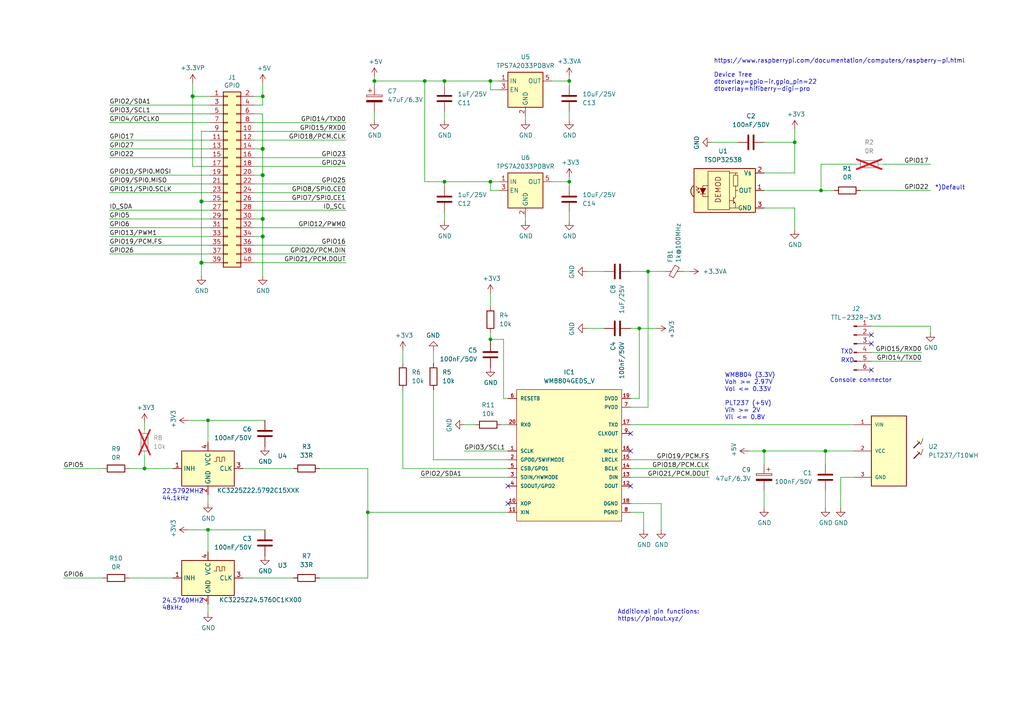
<source format=kicad_sch>
(kicad_sch (version 20230121) (generator eeschema)
  (paper "A4")
  (title_block (title "RPI HAT S/PDIF and IR") (date "2024-02-11") (rev "V4"))
  (lib_symbols
    (symbol "Connector:Conn_01x06_Pin" (pin_names (offset 1.016) hide)
      (property "Reference" "J" (at 0 7.62 0))
      (property "Value" "Conn_01x06_Pin" (at 0 -10.16 0))
      (symbol "Conn_01x06_Pin_1_1"
        (polyline (pts (xy 1.27 -7.62) (xy 0.8636 -7.62)) (stroke (width 0.1524)))
        (polyline (pts (xy 1.27 -5.08) (xy 0.8636 -5.08)) (stroke (width 0.1524)))
        (polyline (pts (xy 1.27 -2.54) (xy 0.8636 -2.54)) (stroke (width 0.1524)))
        (polyline (pts (xy 1.27 0) (xy 0.8636 0)) (stroke (width 0.1524)))
        (polyline (pts (xy 1.27 2.54) (xy 0.8636 2.54)) (stroke (width 0.1524)))
        (polyline (pts (xy 1.27 5.08) (xy 0.8636 5.08)) (stroke (width 0.1524)))
        (rectangle (start 0.8636 -7.493) (end 0 -7.747) (stroke (width 0.1524)) (fill (type outline)))
        (rectangle (start 0.8636 -4.953) (end 0 -5.207) (stroke (width 0.1524)) (fill (type outline)))
        (rectangle (start 0.8636 -2.413) (end 0 -2.667) (stroke (width 0.1524)) (fill (type outline)))
        (rectangle (start 0.8636 0.127) (end 0 -0.127) (stroke (width 0.1524)) (fill (type outline)))
        (rectangle (start 0.8636 2.667) (end 0 2.413) (stroke (width 0.1524)) (fill (type outline)))
        (rectangle (start 0.8636 5.207) (end 0 4.953) (stroke (width 0.1524)) (fill (type outline)))
        (pin passive line (at 5.08 5.08 180) (length 3.81) (name "Pin_1") (number "1"))
        (pin passive line (at 5.08 2.54 180) (length 3.81) (name "Pin_2") (number "2"))
        (pin passive line (at 5.08 0 180) (length 3.81) (name "Pin_3") (number "3"))
        (pin passive line (at 5.08 -2.54 180) (length 3.81) (name "Pin_4") (number "4"))
        (pin passive line (at 5.08 -5.08 180) (length 3.81) (name "Pin_5") (number "5"))
        (pin passive line (at 5.08 -7.62 180) (length 3.81) (name "Pin_6") (number "6"))
      )
    )
    (symbol "Connector_Generic:Conn_02x20_Odd_Even" (pin_names (offset 1.016) hide)
      (property "Reference" "J" (at 1.27 25.4 0))
      (property "Value" "Conn_02x20_Odd_Even" (at 1.27 -27.94 0))
      (symbol "Conn_02x20_Odd_Even_1_1"
        (rectangle (start -1.27 -25.273) (end 0 -25.527) (stroke (width 0.1524)))
        (rectangle (start -1.27 -22.733) (end 0 -22.987) (stroke (width 0.1524)))
        (rectangle (start -1.27 -20.193) (end 0 -20.447) (stroke (width 0.1524)))
        (rectangle (start -1.27 -17.653) (end 0 -17.907) (stroke (width 0.1524)))
        (rectangle (start -1.27 -15.113) (end 0 -15.367) (stroke (width 0.1524)))
        (rectangle (start -1.27 -12.573) (end 0 -12.827) (stroke (width 0.1524)))
        (rectangle (start -1.27 -10.033) (end 0 -10.287) (stroke (width 0.1524)))
        (rectangle (start -1.27 -7.493) (end 0 -7.747) (stroke (width 0.1524)))
        (rectangle (start -1.27 -4.953) (end 0 -5.207) (stroke (width 0.1524)))
        (rectangle (start -1.27 -2.413) (end 0 -2.667) (stroke (width 0.1524)))
        (rectangle (start -1.27 0.127) (end 0 -0.127) (stroke (width 0.1524)))
        (rectangle (start -1.27 2.667) (end 0 2.413) (stroke (width 0.1524)))
        (rectangle (start -1.27 5.207) (end 0 4.953) (stroke (width 0.1524)))
        (rectangle (start -1.27 7.747) (end 0 7.493) (stroke (width 0.1524)))
        (rectangle (start -1.27 10.287) (end 0 10.033) (stroke (width 0.1524)))
        (rectangle (start -1.27 12.827) (end 0 12.573) (stroke (width 0.1524)))
        (rectangle (start -1.27 15.367) (end 0 15.113) (stroke (width 0.1524)))
        (rectangle (start -1.27 17.907) (end 0 17.653) (stroke (width 0.1524)))
        (rectangle (start -1.27 20.447) (end 0 20.193) (stroke (width 0.1524)))
        (rectangle (start -1.27 22.987) (end 0 22.733) (stroke (width 0.1524)))
        (rectangle (start -1.27 24.13) (end 3.81 -26.67) (stroke (width 0.254)) (fill (type background)))
        (rectangle (start 3.81 -25.273) (end 2.54 -25.527) (stroke (width 0.1524)))
        (rectangle (start 3.81 -22.733) (end 2.54 -22.987) (stroke (width 0.1524)))
        (rectangle (start 3.81 -20.193) (end 2.54 -20.447) (stroke (width 0.1524)))
        (rectangle (start 3.81 -17.653) (end 2.54 -17.907) (stroke (width 0.1524)))
        (rectangle (start 3.81 -15.113) (end 2.54 -15.367) (stroke (width 0.1524)))
        (rectangle (start 3.81 -12.573) (end 2.54 -12.827) (stroke (width 0.1524)))
        (rectangle (start 3.81 -10.033) (end 2.54 -10.287) (stroke (width 0.1524)))
        (rectangle (start 3.81 -7.493) (end 2.54 -7.747) (stroke (width 0.1524)))
        (rectangle (start 3.81 -4.953) (end 2.54 -5.207) (stroke (width 0.1524)))
        (rectangle (start 3.81 -2.413) (end 2.54 -2.667) (stroke (width 0.1524)))
        (rectangle (start 3.81 0.127) (end 2.54 -0.127) (stroke (width 0.1524)))
        (rectangle (start 3.81 2.667) (end 2.54 2.413) (stroke (width 0.1524)))
        (rectangle (start 3.81 5.207) (end 2.54 4.953) (stroke (width 0.1524)))
        (rectangle (start 3.81 7.747) (end 2.54 7.493) (stroke (width 0.1524)))
        (rectangle (start 3.81 10.287) (end 2.54 10.033) (stroke (width 0.1524)))
        (rectangle (start 3.81 12.827) (end 2.54 12.573) (stroke (width 0.1524)))
        (rectangle (start 3.81 15.367) (end 2.54 15.113) (stroke (width 0.1524)))
        (rectangle (start 3.81 17.907) (end 2.54 17.653) (stroke (width 0.1524)))
        (rectangle (start 3.81 20.447) (end 2.54 20.193) (stroke (width 0.1524)))
        (rectangle (start 3.81 22.987) (end 2.54 22.733) (stroke (width 0.1524)))
        (pin passive line (at -5.08 22.86 0) (length 3.81) (name "Pin_1") (number "1"))
        (pin passive line (at 7.62 12.7 180) (length 3.81) (name "Pin_10") (number "10"))
        (pin passive line (at -5.08 10.16 0) (length 3.81) (name "Pin_11") (number "11"))
        (pin passive line (at 7.62 10.16 180) (length 3.81) (name "Pin_12") (number "12"))
        (pin passive line (at -5.08 7.62 0) (length 3.81) (name "Pin_13") (number "13"))
        (pin passive line (at 7.62 7.62 180) (length 3.81) (name "Pin_14") (number "14"))
        (pin passive line (at -5.08 5.08 0) (length 3.81) (name "Pin_15") (number "15"))
        (pin passive line (at 7.62 5.08 180) (length 3.81) (name "Pin_16") (number "16"))
        (pin passive line (at -5.08 2.54 0) (length 3.81) (name "Pin_17") (number "17"))
        (pin passive line (at 7.62 2.54 180) (length 3.81) (name "Pin_18") (number "18"))
        (pin passive line (at -5.08 0 0) (length 3.81) (name "Pin_19") (number "19"))
        (pin passive line (at 7.62 22.86 180) (length 3.81) (name "Pin_2") (number "2"))
        (pin passive line (at 7.62 0 180) (length 3.81) (name "Pin_20") (number "20"))
        (pin passive line (at -5.08 -2.54 0) (length 3.81) (name "Pin_21") (number "21"))
        (pin passive line (at 7.62 -2.54 180) (length 3.81) (name "Pin_22") (number "22"))
        (pin passive line (at -5.08 -5.08 0) (length 3.81) (name "Pin_23") (number "23"))
        (pin passive line (at 7.62 -5.08 180) (length 3.81) (name "Pin_24") (number "24"))
        (pin passive line (at -5.08 -7.62 0) (length 3.81) (name "Pin_25") (number "25"))
        (pin passive line (at 7.62 -7.62 180) (length 3.81) (name "Pin_26") (number "26"))
        (pin passive line (at -5.08 -10.16 0) (length 3.81) (name "Pin_27") (number "27"))
        (pin passive line (at 7.62 -10.16 180) (length 3.81) (name "Pin_28") (number "28"))
        (pin passive line (at -5.08 -12.7 0) (length 3.81) (name "Pin_29") (number "29"))
        (pin passive line (at -5.08 20.32 0) (length 3.81) (name "Pin_3") (number "3"))
        (pin passive line (at 7.62 -12.7 180) (length 3.81) (name "Pin_30") (number "30"))
        (pin passive line (at -5.08 -15.24 0) (length 3.81) (name "Pin_31") (number "31"))
        (pin passive line (at 7.62 -15.24 180) (length 3.81) (name "Pin_32") (number "32"))
        (pin passive line (at -5.08 -17.78 0) (length 3.81) (name "Pin_33") (number "33"))
        (pin passive line (at 7.62 -17.78 180) (length 3.81) (name "Pin_34") (number "34"))
        (pin passive line (at -5.08 -20.32 0) (length 3.81) (name "Pin_35") (number "35"))
        (pin passive line (at 7.62 -20.32 180) (length 3.81) (name "Pin_36") (number "36"))
        (pin passive line (at -5.08 -22.86 0) (length 3.81) (name "Pin_37") (number "37"))
        (pin passive line (at 7.62 -22.86 180) (length 3.81) (name "Pin_38") (number "38"))
        (pin passive line (at -5.08 -25.4 0) (length 3.81) (name "Pin_39") (number "39"))
        (pin passive line (at 7.62 20.32 180) (length 3.81) (name "Pin_4") (number "4"))
        (pin passive line (at 7.62 -25.4 180) (length 3.81) (name "Pin_40") (number "40"))
        (pin passive line (at -5.08 17.78 0) (length 3.81) (name "Pin_5") (number "5"))
        (pin passive line (at 7.62 17.78 180) (length 3.81) (name "Pin_6") (number "6"))
        (pin passive line (at -5.08 15.24 0) (length 3.81) (name "Pin_7") (number "7"))
        (pin passive line (at 7.62 15.24 180) (length 3.81) (name "Pin_8") (number "8"))
        (pin passive line (at -5.08 12.7 0) (length 3.81) (name "Pin_9") (number "9"))
      )
    )
    (symbol "Device:C" (pin_numbers hide) (pin_names (offset 0.254))
      (property "Reference" "C" (at 0.635 2.54 0))
      (property "Value" "C" (at 0.635 -2.54 0))
      (symbol "C_0_1"
        (polyline (pts (xy -2.032 -0.762) (xy 2.032 -0.762)) (stroke (width 0.508)))
        (polyline (pts (xy -2.032 0.762) (xy 2.032 0.762)) (stroke (width 0.508)))
      )
      (symbol "C_1_1"
        (pin passive line (at 0 3.81 270) (length 2.794) (name "~") (number "1"))
        (pin passive line (at 0 -3.81 90) (length 2.794) (name "~") (number "2"))
      )
    )
    (symbol "Device:C_Polarized" (pin_numbers hide) (pin_names (offset 0.254))
      (property "Reference" "C" (at 0.635 2.54 0))
      (property "Value" "C_Polarized" (at 0.635 -2.54 0))
      (symbol "C_Polarized_0_1"
        (rectangle (start -2.286 0.508) (end 2.286 1.016))
        (polyline (pts (xy -1.778 2.286) (xy -0.762 2.286)))
        (polyline (pts (xy -1.27 2.794) (xy -1.27 1.778)))
        (rectangle (start 2.286 -0.508) (end -2.286 -1.016) (fill (type outline)))
      )
      (symbol "C_Polarized_1_1"
        (pin passive line (at 0 3.81 270) (length 2.794) (name "~") (number "1"))
        (pin passive line (at 0 -3.81 90) (length 2.794) (name "~") (number "2"))
      )
    )
    (symbol "Device:R" (pin_numbers hide) (pin_names (offset 0))
      (property "Reference" "R" (at 2.032 0 90))
      (property "Value" "R" (at 0 0 90))
      (symbol "R_0_1"
        (rectangle (start -1.016 -2.54) (end 1.016 2.54) (stroke (width 0.254)))
      )
      (symbol "R_1_1"
        (pin passive line (at 0 3.81 270) (length 1.27) (name "~") (number "1"))
        (pin passive line (at 0 -3.81 90) (length 1.27) (name "~") (number "2"))
      )
    )
    (symbol "Interface_Optical:TSOP325xx" (pin_names (offset 1.016))
      (property "Reference" "U" (at -10.16 7.62 0))
      (property "Value" "TSOP325xx" (at -10.16 -7.62 0))
      (symbol "TSOP325xx_0_0"
        (arc (start -10.287 1.397) (mid -11.0899 -0.1852) (end -10.287 -1.778) (stroke (width 0.254)) (fill (type background)))
        (polyline (pts (xy 1.905 -5.08) (xy 0.127 -5.08)))
        (polyline (pts (xy 1.905 5.08) (xy 0.127 5.08)))
        (text "DEMOD" (at -3.175 0.254 900) (effects (font (size 1.524 1.524))))
      )
      (symbol "TSOP325xx_0_1"
        (rectangle (start -6.096 5.588) (end 0.127 -5.588))
        (polyline (pts (xy -8.763 0.381) (xy -9.652 1.27)))
        (polyline (pts (xy -8.763 0.381) (xy -9.271 0.381)))
        (polyline (pts (xy -8.763 0.381) (xy -8.763 0.889)))
        (polyline (pts (xy -8.636 -0.635) (xy -9.525 0.254)))
        (polyline (pts (xy -8.636 -0.635) (xy -9.144 -0.635)))
        (polyline (pts (xy -8.636 -0.635) (xy -8.636 -0.127)))
        (polyline (pts (xy -8.382 -1.016) (xy -6.731 -1.016)))
        (polyline (pts (xy 1.27 -2.921) (xy 0.127 -2.921)))
        (polyline (pts (xy 1.27 -1.905) (xy 1.27 -3.81)))
        (polyline (pts (xy 1.397 -3.556) (xy 1.524 -3.556)))
        (polyline (pts (xy 1.651 -3.556) (xy 1.524 -3.556)))
        (polyline (pts (xy 1.651 -3.556) (xy 1.651 -3.302)))
        (polyline (pts (xy 1.905 0) (xy 1.905 1.27)))
        (polyline (pts (xy 1.905 4.445) (xy 1.905 5.08) (xy 2.54 5.08)))
        (polyline (pts (xy -8.382 0.635) (xy -6.731 0.635) (xy -7.62 -1.016) (xy -8.382 0.635)) (fill (type outline)))
        (polyline (pts (xy -6.096 1.397) (xy -7.62 1.397) (xy -7.62 -1.778) (xy -6.096 -1.778)))
        (polyline (pts (xy 1.27 -3.175) (xy 1.905 -3.81) (xy 1.905 -5.08) (xy 2.54 -5.08)))
        (polyline (pts (xy 1.27 -2.54) (xy 1.905 -1.905) (xy 1.905 0) (xy 2.54 0)))
        (rectangle (start 2.54 1.27) (end 1.27 4.445))
        (rectangle (start 7.62 6.35) (end -10.16 -6.35) (stroke (width 0.254)) (fill (type background)))
      )
      (symbol "TSOP325xx_1_1"
        (pin output line (at 10.16 0 180) (length 2.54) (name "OUT") (number "1"))
        (pin power_in line (at 10.16 5.08 180) (length 2.54) (name "Vs") (number "2"))
        (pin power_in line (at 10.16 -5.08 180) (length 2.54) (name "GND") (number "3"))
      )
    )
    (symbol "Oscillator:KC2520Z"
      (property "Reference" "U" (at 2.54 12.7 0))
      (property "Value" "KC2520Z" (at 6.35 10.16 0))
      (symbol "KC2520Z_0_1"
        (rectangle (start -7.62 5.08) (end 7.62 -5.08) (stroke (width 0.254)) (fill (type background)))
      )
      (symbol "KC2520Z_1_1"
        (polyline (pts (xy 1.778 2.032) (xy 2.54 2.032) (xy 2.54 3.302) (xy 3.302 3.302) (xy 3.302 2.032) (xy 4.064 2.032) (xy 4.064 3.302) (xy 4.826 3.302) (xy 4.826 2.032)))
        (pin input line (at -10.16 0 0) (length 2.54) (name "INH") (number "1"))
        (pin power_in line (at 0 -7.62 90) (length 2.54) (name "GND") (number "2"))
        (pin output line (at 10.16 0 180) (length 2.54) (name "CLK") (number "3"))
        (pin power_in line (at 0 7.62 270) (length 2.54) (name "VCC") (number "4"))
      )
    )
    (symbol "Regulator_Linear:TPS7A0533PDBV"
      (property "Reference" "U" (at -3.81 6.35 0))
      (property "Value" "TPS7A0533PDBV" (at 6.35 6.35 0))
      (symbol "TPS7A0533PDBV_0_1"
        (rectangle (start -5.08 -5.08) (end 5.08 5.08) (stroke (width 0.254)) (fill (type background)))
        (pin power_in line (at -7.62 2.54 0) (length 2.54) (name "IN") (number "1"))
        (pin power_in line (at 0 -7.62 90) (length 2.54) (name "GND") (number "2"))
        (pin input line (at -7.62 0 0) (length 2.54) (name "EN") (number "3"))
        (pin no_connect line (at 5.08 0 180) (length 2.54) hide (name "NC") (number "4"))
        (pin power_out line (at 7.62 2.54 180) (length 2.54) (name "OUT") (number "5"))
      )
    )
    (symbol "dac-rescue:Ferrite_Bead_Small-Device" (pin_numbers hide) (pin_names (offset 0))
      (property "Reference" "FB" (at 1.905 1.27 0))
      (property "Value" "Ferrite_Bead_Small-Device" (at 1.905 -1.27 0))
      (symbol "Ferrite_Bead_Small-Device_0_1"
        (polyline (pts (xy 0 -1.27) (xy 0 -0.7874)))
        (polyline (pts (xy 0 0.889) (xy 0 1.2954)))
        (polyline (pts (xy -1.8288 0.2794) (xy -1.1176 1.4986) (xy 1.8288 -0.2032) (xy 1.1176 -1.4224) (xy -1.8288 0.2794)))
      )
      (symbol "Ferrite_Bead_Small-Device_1_1"
        (pin passive line (at 0 2.54 270) (length 1.27) (name "~") (number "1"))
        (pin passive line (at 0 -2.54 90) (length 1.27) (name "~") (number "2"))
      )
    )
    (symbol "kicad-snk:PLT237/T10WH" (pin_names (offset 1.016))
      (property "Reference" "U" (at -5.08 11.4554 0))
      (property "Value" "PLT237/T10WH" (at -5.08 -12.7254 0))
      (symbol "PLT237/T10WH_0_0"
        (rectangle (start -5.08 10.16) (end 5.08 -10.16) (stroke (width 0.254)) (fill (type background)))
        (polyline (pts (xy 7.239 -2.1336) (xy 8.89 -0.4826)) (stroke (width 0.3048)))
        (polyline (pts (xy 7.239 0.9144) (xy 8.89 2.5654)) (stroke (width 0.3048)))
        (polyline (pts (xy 9.906 0.5334) (xy 9.271 -1.1176) (xy 8.255 -0.1016)) (stroke (width 0.1524)) (fill (type background)))
        (polyline (pts (xy 9.906 3.5814) (xy 9.271 1.9304) (xy 8.255 2.9464)) (stroke (width 0.1524)) (fill (type background)))
      )
      (symbol "PLT237/T10WH_1_0"
        (pin output line (at -10.16 7.62 0) (length 5.08) (name "VIN") (number "1"))
        (pin power_in line (at -10.16 0 0) (length 5.08) (name "VCC") (number "2"))
        (pin power_in line (at -10.16 -7.62 0) (length 5.08) (name "GND") (number "3"))
      )
    )
    (symbol "kicad-snk:WM8804GEDS_V" (pin_names (offset 1.016))
      (property "Reference" "IC" (at -15.24 13.97 0))
      (property "Value" "WM8804GEDS_V" (at -15.24 -27.94 0))
      (symbol "WM8804GEDS_V_0_0"
        (rectangle (start -15.24 -25.4) (end 15.24 12.7) (stroke (width 0.1524)) (fill (type background)))
        (pin bidirectional line (at -17.78 -5.08 0) (length 2.54) (name "SCLK") (number "1"))
        (pin bidirectional line (at -17.78 -20.32 0) (length 2.54) (name "XOP") (number "10"))
        (pin bidirectional line (at -17.78 -22.86 0) (length 2.54) (name "XIN") (number "11"))
        (pin bidirectional line (at 17.78 -15.24 180) (length 2.54) (name "DOUT") (number "12"))
        (pin bidirectional line (at 17.78 -12.7 180) (length 2.54) (name "DIN") (number "13"))
        (pin bidirectional line (at 17.78 -10.16 180) (length 2.54) (name "BCLK") (number "14"))
        (pin bidirectional line (at 17.78 -7.62 180) (length 2.54) (name "LRCLK") (number "15"))
        (pin bidirectional line (at 17.78 -5.08 180) (length 2.54) (name "MCLK") (number "16"))
        (pin bidirectional line (at 17.78 2.54 180) (length 2.54) (name "TX0") (number "17"))
        (pin bidirectional line (at 17.78 -20.32 180) (length 2.54) (name "DGND") (number "18"))
        (pin bidirectional line (at 17.78 10.16 180) (length 2.54) (name "DVDD") (number "19"))
        (pin bidirectional line (at -17.78 -7.62 0) (length 2.54) (name "GPO0/SWIFMODE") (number "2"))
        (pin bidirectional line (at -17.78 2.54 0) (length 2.54) (name "RX0") (number "20"))
        (pin bidirectional line (at -17.78 -12.7 0) (length 2.54) (name "SDIN/HWMODE") (number "3"))
        (pin bidirectional line (at -17.78 -15.24 0) (length 2.54) (name "SDOUT/GPO2") (number "4"))
        (pin bidirectional line (at -17.78 -10.16 0) (length 2.54) (name "CSB/GPO1") (number "5"))
        (pin bidirectional line (at -17.78 10.16 0) (length 2.54) (name "RESETB") (number "6"))
        (pin bidirectional line (at 17.78 7.62 180) (length 2.54) (name "PVDD") (number "7"))
        (pin bidirectional line (at 17.78 -22.86 180) (length 2.54) (name "PGND") (number "8"))
        (pin bidirectional line (at 17.78 0 180) (length 2.54) (name "CLKOUT") (number "9"))
      )
    )
    (symbol "power:+3.3V" (power) (pin_names (offset 0))
      (property "Value" "+3.3V" (at 0 3.556 0))
      (symbol "+3.3V_0_1"
        (polyline (pts (xy -0.762 1.27) (xy 0 2.54)))
        (polyline (pts (xy 0 0) (xy 0 2.54)))
        (polyline (pts (xy 0 2.54) (xy 0.762 1.27)))
      )
      (symbol "+3.3V_1_1"
        (pin power_in line (at 0 0 90) (length 0) hide (name "+3V3") (number "1"))
      )
    )
    (symbol "power:+3.3VA" (power) (pin_names (offset 0))
      (property "Value" "+3.3VA" (at 0 3.556 0))
      (symbol "+3.3VA_0_1"
        (polyline (pts (xy -0.762 1.27) (xy 0 2.54)))
        (polyline (pts (xy 0 0) (xy 0 2.54)))
        (polyline (pts (xy 0 2.54) (xy 0.762 1.27)))
      )
      (symbol "+3.3VA_1_1"
        (pin power_in line (at 0 0 90) (length 0) hide (name "+3.3VA") (number "1"))
      )
    )
    (symbol "power:+3.3VP" (power) (pin_names (offset 0))
      (property "Value" "+3.3VP" (at 0 2.54 0))
      (symbol "+3.3VP_0_0"
        (pin power_in line (at 0 0 90) (length 0) hide (name "+3.3VP") (number "1"))
      )
      (symbol "+3.3VP_0_1"
        (polyline (pts (xy -0.762 1.27) (xy 0 2.54)))
        (polyline (pts (xy 0 0) (xy 0 2.54)))
        (polyline (pts (xy 0 2.54) (xy 0.762 1.27)))
      )
    )
    (symbol "power:+5V" (power) (pin_names (offset 0))
      (property "Value" "+5V" (at 0 3.556 0))
      (symbol "+5V_0_1"
        (polyline (pts (xy -0.762 1.27) (xy 0 2.54)))
        (polyline (pts (xy 0 0) (xy 0 2.54)))
        (polyline (pts (xy 0 2.54) (xy 0.762 1.27)))
      )
      (symbol "+5V_1_1"
        (pin power_in line (at 0 0 90) (length 0) hide (name "+5V") (number "1"))
      )
    )
    (symbol "power:GND" (power) (pin_names (offset 0))
      (property "Value" "GND" (at 0 -3.81 0))
      (symbol "GND_0_1"
        (polyline (pts (xy 0 0) (xy 0 -1.27) (xy 1.27 -1.27) (xy 0 -2.54) (xy -1.27 -1.27) (xy 0 -1.27)))
      )
      (symbol "GND_1_1"
        (pin power_in line (at 0 0 270) (length 0) hide (name "GND") (number "1"))
      )
    )
  )
  (junction (at 41.91 135.89))
  (junction (at 123.19 23.495))
  (junction (at 185.42 95.25))
  (junction (at 76.2 63.5) (diameter 1.016))
  (junction (at 55.88 27.94) (diameter 1.016))
  (junction (at 76.2 68.58) (diameter 1.016))
  (junction (at 187.96 78.74))
  (junction (at 142.24 52.705))
  (junction (at 165.1 23.495))
  (junction (at 239.395 130.81))
  (junction (at 58.42 58.42) (diameter 1.016))
  (junction (at 108.585 23.495))
  (junction (at 128.905 52.705))
  (junction (at 142.24 23.495))
  (junction (at 76.2 50.8) (diameter 1.016))
  (junction (at 142.24 98.425))
  (junction (at 76.2 27.94))
  (junction (at 106.68 148.59))
  (junction (at 76.2 43.18) (diameter 1.016))
  (junction (at 128.905 23.495))
  (junction (at 238.125 55.245))
  (junction (at 60.325 121.92))
  (junction (at 60.325 153.67))
  (junction (at 230.505 41.275))
  (junction (at 58.42 76.2) (diameter 1.016))
  (junction (at 165.1 52.705))
  (junction (at 221.615 130.81))
  (no_connect (at 182.88 130.81))
  (no_connect (at 182.88 125.73))
  (no_connect (at 147.32 140.97))
  (no_connect (at 252.73 97.155))
  (no_connect (at 252.73 99.695))
  (no_connect (at 252.73 107.315))
  (no_connect (at 147.32 146.05))
  (no_connect (at 182.88 140.97))
  (wire (pts (xy 58.42 58.42) (xy 58.42 76.2)))
  (wire (pts (xy 73.66 58.42) (xy 100.33 58.42)))
  (wire (pts (xy 165.1 23.495) (xy 160.02 23.495)))
  (wire (pts (xy 60.96 40.64) (xy 31.75 40.64)))
  (wire (pts (xy 238.125 55.245) (xy 241.935 55.245)))
  (wire (pts (xy 160.02 52.705) (xy 165.1 52.705)))
  (wire (pts (xy 92.71 167.64) (xy 106.68 167.64)))
  (wire (pts (xy 76.2 33.02) (xy 76.2 43.18)))
  (wire (pts (xy 76.2 30.48) (xy 76.2 27.94)))
  (wire (pts (xy 76.2 50.8) (xy 73.66 50.8)))
  (wire (pts (xy 182.88 123.19) (xy 247.65 123.19)))
  (wire (pts (xy 170.18 78.74) (xy 175.26 78.74)))
  (wire (pts (xy 182.88 146.05) (xy 191.77 146.05)))
  (wire (pts (xy 249.555 55.245) (xy 269.875 55.245)))
  (wire (pts (xy 76.2 63.5) (xy 76.2 68.58)))
  (wire (pts (xy 121.92 138.43) (xy 147.32 138.43)))
  (wire (pts (xy 186.69 148.59) (xy 182.88 148.59)))
  (wire (pts (xy 248.285 47.625) (xy 238.125 47.625)))
  (wire (pts (xy 142.24 52.705) (xy 144.78 52.705)))
  (wire (pts (xy 70.485 135.89) (xy 85.09 135.89)))
  (wire (pts (xy 142.24 99.06) (xy 142.24 98.425)))
  (wire (pts (xy 92.71 135.89) (xy 106.68 135.89)))
  (wire (pts (xy 76.2 50.8) (xy 76.2 63.5)))
  (wire (pts (xy 73.66 35.56) (xy 100.33 35.56)))
  (wire (pts (xy 230.505 60.325) (xy 221.615 60.325)))
  (wire (pts (xy 58.42 38.1) (xy 58.42 58.42)))
  (wire (pts (xy 182.88 133.35) (xy 205.74 133.35)))
  (wire (pts (xy 165.1 61.595) (xy 165.1 64.135)))
  (wire (pts (xy 58.42 38.1) (xy 60.96 38.1)))
  (wire (pts (xy 239.395 142.24) (xy 239.395 147.32)))
  (wire (pts (xy 73.66 55.88) (xy 100.33 55.88)))
  (wire (pts (xy 60.96 60.96) (xy 31.75 60.96)))
  (wire (pts (xy 108.585 23.495) (xy 123.19 23.495)))
  (wire (pts (xy 230.505 37.465) (xy 230.505 41.275)))
  (wire (pts (xy 31.75 63.5) (xy 60.96 63.5)))
  (wire (pts (xy 60.325 121.92) (xy 76.835 121.92)))
  (wire (pts (xy 152.4 33.655) (xy 152.4 34.925)))
  (wire (pts (xy 108.585 23.495) (xy 108.585 24.765)))
  (wire (pts (xy 187.96 118.11) (xy 187.96 78.74)))
  (wire (pts (xy 221.615 55.245) (xy 238.125 55.245)))
  (wire (pts (xy 73.66 30.48) (xy 76.2 30.48)))
  (wire (pts (xy 182.88 115.57) (xy 185.42 115.57)))
  (wire (pts (xy 58.42 58.42) (xy 60.96 58.42)))
  (wire (pts (xy 73.66 45.72) (xy 100.33 45.72)))
  (wire (pts (xy 106.68 135.89) (xy 106.68 148.59)))
  (wire (pts (xy 134.62 130.81) (xy 147.32 130.81)))
  (wire (pts (xy 116.84 101.6) (xy 116.84 105.41)))
  (wire (pts (xy 73.66 76.2) (xy 100.33 76.2)))
  (wire (pts (xy 58.42 76.2) (xy 58.42 80.01)))
  (wire (pts (xy 31.75 43.18) (xy 60.96 43.18)))
  (wire (pts (xy 55.88 24.13) (xy 55.88 27.94)))
  (wire (pts (xy 185.42 95.25) (xy 190.5 95.25)))
  (wire (pts (xy 269.875 94.615) (xy 252.73 94.615)))
  (wire (pts (xy 146.05 98.425) (xy 142.24 98.425)))
  (wire (pts (xy 165.1 24.765) (xy 165.1 23.495)))
  (wire (pts (xy 76.2 68.58) (xy 73.66 68.58)))
  (wire (pts (xy 142.24 85.09) (xy 142.24 88.9)))
  (wire (pts (xy 198.12 78.74) (xy 200.025 78.74)))
  (wire (pts (xy 31.75 33.02) (xy 60.96 33.02)))
  (wire (pts (xy 54.61 121.92) (xy 60.325 121.92)))
  (wire (pts (xy 142.24 98.425) (xy 142.24 96.52)))
  (wire (pts (xy 60.325 153.67) (xy 76.835 153.67)))
  (wire (pts (xy 185.42 115.57) (xy 185.42 95.25)))
  (wire (pts (xy 187.96 78.74) (xy 182.88 78.74)))
  (wire (pts (xy 31.75 55.88) (xy 60.96 55.88)))
  (wire (pts (xy 243.84 147.32) (xy 243.84 138.43)))
  (wire (pts (xy 116.84 113.03) (xy 116.84 135.89)))
  (wire (pts (xy 70.485 167.64) (xy 85.09 167.64)))
  (wire (pts (xy 55.88 48.26) (xy 60.96 48.26)))
  (wire (pts (xy 123.19 52.705) (xy 128.905 52.705)))
  (wire (pts (xy 144.78 26.035) (xy 142.24 26.035)))
  (wire (pts (xy 60.96 30.48) (xy 31.75 30.48)))
  (wire (pts (xy 142.24 23.495) (xy 144.78 23.495)))
  (wire (pts (xy 165.1 32.385) (xy 165.1 34.925)))
  (wire (pts (xy 128.905 61.595) (xy 128.905 64.135)))
  (wire (pts (xy 123.19 23.495) (xy 123.19 52.705)))
  (wire (pts (xy 76.2 43.18) (xy 76.2 50.8)))
  (wire (pts (xy 73.66 40.64) (xy 100.33 40.64)))
  (wire (pts (xy 106.68 167.64) (xy 106.68 148.59)))
  (wire (pts (xy 230.505 66.675) (xy 230.505 60.325)))
  (wire (pts (xy 76.2 43.18) (xy 73.66 43.18)))
  (wire (pts (xy 76.2 27.94) (xy 76.2 24.13)))
  (wire (pts (xy 221.615 41.275) (xy 230.505 41.275)))
  (wire (pts (xy 60.325 121.92) (xy 60.325 128.27)))
  (wire (pts (xy 145.415 123.19) (xy 147.32 123.19)))
  (wire (pts (xy 31.75 35.56) (xy 60.96 35.56)))
  (wire (pts (xy 55.88 27.94) (xy 55.88 48.26)))
  (wire (pts (xy 142.24 55.245) (xy 142.24 52.705)))
  (wire (pts (xy 60.325 175.26) (xy 60.325 177.8)))
  (wire (pts (xy 238.125 47.625) (xy 238.125 55.245)))
  (wire (pts (xy 73.66 48.26) (xy 100.33 48.26)))
  (wire (pts (xy 185.42 95.25) (xy 182.88 95.25)))
  (wire (pts (xy 73.66 38.1) (xy 100.33 38.1)))
  (wire (pts (xy 170.18 95.25) (xy 175.26 95.25)))
  (wire (pts (xy 18.415 167.64) (xy 29.845 167.64)))
  (wire (pts (xy 73.66 27.94) (xy 76.2 27.94)))
  (wire (pts (xy 191.77 146.05) (xy 191.77 153.67)))
  (wire (pts (xy 147.32 115.57) (xy 146.05 115.57)))
  (wire (pts (xy 31.75 45.72) (xy 60.96 45.72)))
  (wire (pts (xy 41.91 122.555) (xy 41.91 124.46)))
  (wire (pts (xy 31.75 53.34) (xy 60.96 53.34)))
  (wire (pts (xy 108.585 22.225) (xy 108.585 23.495)))
  (wire (pts (xy 128.905 32.385) (xy 128.905 34.925)))
  (wire (pts (xy 128.905 23.495) (xy 142.24 23.495)))
  (wire (pts (xy 18.415 135.89) (xy 29.845 135.89)))
  (wire (pts (xy 134.62 123.19) (xy 137.795 123.19)))
  (wire (pts (xy 60.325 143.51) (xy 60.325 146.05)))
  (wire (pts (xy 125.73 133.35) (xy 147.32 133.35)))
  (wire (pts (xy 144.78 55.245) (xy 142.24 55.245)))
  (wire (pts (xy 125.73 101.6) (xy 125.73 105.41)))
  (wire (pts (xy 252.73 104.775) (xy 267.335 104.775)))
  (wire (pts (xy 31.75 66.04) (xy 60.96 66.04)))
  (wire (pts (xy 165.1 51.435) (xy 165.1 52.705)))
  (wire (pts (xy 252.73 102.235) (xy 267.335 102.235)))
  (wire (pts (xy 60.325 153.67) (xy 60.325 160.02)))
  (wire (pts (xy 206.375 41.275) (xy 213.995 41.275)))
  (wire (pts (xy 31.75 71.12) (xy 60.96 71.12)))
  (wire (pts (xy 116.84 135.89) (xy 147.32 135.89)))
  (wire (pts (xy 73.66 71.12) (xy 100.33 71.12)))
  (wire (pts (xy 73.66 66.04) (xy 100.33 66.04)))
  (wire (pts (xy 41.91 135.89) (xy 50.165 135.89)))
  (wire (pts (xy 58.42 76.2) (xy 60.96 76.2)))
  (wire (pts (xy 221.615 142.24) (xy 221.615 147.32)))
  (wire (pts (xy 146.05 115.57) (xy 146.05 98.425)))
  (wire (pts (xy 73.66 73.66) (xy 100.33 73.66)))
  (wire (pts (xy 221.615 50.165) (xy 230.505 50.165)))
  (wire (pts (xy 165.1 22.225) (xy 165.1 23.495)))
  (wire (pts (xy 76.2 33.02) (xy 73.66 33.02)))
  (wire (pts (xy 31.75 73.66) (xy 60.96 73.66)))
  (wire (pts (xy 123.19 23.495) (xy 128.905 23.495)))
  (wire (pts (xy 37.465 167.64) (xy 50.165 167.64)))
  (wire (pts (xy 230.505 41.275) (xy 230.505 50.165)))
  (wire (pts (xy 106.68 148.59) (xy 147.32 148.59)))
  (wire (pts (xy 221.615 130.81) (xy 239.395 130.81)))
  (wire (pts (xy 186.69 153.67) (xy 186.69 148.59)))
  (wire (pts (xy 182.88 118.11) (xy 187.96 118.11)))
  (wire (pts (xy 269.875 96.52) (xy 269.875 94.615)))
  (wire (pts (xy 128.905 52.705) (xy 142.24 52.705)))
  (wire (pts (xy 221.615 134.62) (xy 221.615 130.81)))
  (wire (pts (xy 239.395 130.81) (xy 247.65 130.81)))
  (wire (pts (xy 128.905 52.705) (xy 128.905 53.975)))
  (wire (pts (xy 142.24 26.035) (xy 142.24 23.495)))
  (wire (pts (xy 108.585 32.385) (xy 108.585 34.925)))
  (wire (pts (xy 255.905 47.625) (xy 269.875 47.625)))
  (wire (pts (xy 76.2 68.58) (xy 76.2 80.01)))
  (wire (pts (xy 73.66 53.34) (xy 100.33 53.34)))
  (wire (pts (xy 60.96 68.58) (xy 31.75 68.58)))
  (wire (pts (xy 182.88 138.43) (xy 205.74 138.43)))
  (wire (pts (xy 165.1 52.705) (xy 165.1 53.975)))
  (wire (pts (xy 128.905 23.495) (xy 128.905 24.765)))
  (wire (pts (xy 76.2 63.5) (xy 73.66 63.5)))
  (wire (pts (xy 239.395 130.81) (xy 239.395 134.62)))
  (wire (pts (xy 243.84 138.43) (xy 247.65 138.43)))
  (wire (pts (xy 55.88 27.94) (xy 60.96 27.94)))
  (wire (pts (xy 37.465 135.89) (xy 41.91 135.89)))
  (wire (pts (xy 41.91 132.08) (xy 41.91 135.89)))
  (wire (pts (xy 187.96 78.74) (xy 193.04 78.74)))
  (wire (pts (xy 54.61 153.67) (xy 60.325 153.67)))
  (wire (pts (xy 152.4 62.865) (xy 152.4 64.135)))
  (wire (pts (xy 60.96 50.8) (xy 31.75 50.8)))
  (wire (pts (xy 73.66 60.96) (xy 100.33 60.96)))
  (wire (pts (xy 182.88 135.89) (xy 205.74 135.89)))
  (wire (pts (xy 217.17 130.81) (xy 221.615 130.81)))
  (wire (pts (xy 125.73 133.35) (xy 125.73 113.03)))
  (text "24.5760MHZ\n48kHz" (at 46.99 177.165 0) (effects (font (size 1.27 1.27)) (justify left bottom)))
  (text "TXD" (at 243.84 102.87 0) (effects (font (size 1.27 1.27)) (justify left bottom)))
  (text "Console connector" (at 240.665 111.125 0) (effects (font (size 1.27 1.27)) (justify left bottom)))
  (text "https://www.raspberrypi.com/documentation/computers/raspberry-pi.html\n\nDevice Tree\ndtoverlay=gpio-ir,gpio_pin=22\ndtoverlay=hifiberry-digi-pro" (at 207.01 26.67 0) (effects (font (size 1.27 1.27)) (justify left bottom)))
  (text "WM8804 (3.3V)\nVoh >= 2.97V\nVol <= 0.33V\n\nPLT237 (+5V)\nVih >= 2V\nVil <= 0.8V" (at 210.185 121.92 0) (effects (font (size 1.27 1.27)) (justify left bottom)))
  (text "22.5792MHZ\n44.1kHz" (at 46.99 145.415 0) (effects (font (size 1.27 1.27)) (justify left bottom)))
  (text "RXD" (at 243.84 105.41 0) (effects (font (size 1.27 1.27)) (justify left bottom)))
  (text "*)Default" (at 271.145 55.245 0) (effects (font (size 1.27 1.27)) (justify left bottom)))
  (text "Additional pin functions:\nhttps://pinout.xyz/" (at 179.07 180.34 0) (effects (font (size 1.27 1.27)) (justify left bottom)))
  (label "ID_SDA" (at 31.75 60.96 0))
  (label "GPIO6" (at 31.75 66.04 0))
  (label "GPIO22" (at 262.255 55.245 0))
  (label "GPIO18{slash}PCM.CLK" (at 205.74 135.89 180))
  (label "ID_SCL" (at 100.33 60.96 180))
  (label "GPIO5" (at 31.75 63.5 0))
  (label "GPIO21{slash}PCM.DOUT" (at 100.33 76.2 180))
  (label "GPIO19{slash}PCM.FS" (at 31.75 71.12 0))
  (label "GPIO10{slash}SPI0.MOSI" (at 31.75 50.8 0))
  (label "GPIO9{slash}SPI0.MISO" (at 31.75 53.34 0))
  (label "GPIO23" (at 100.33 45.72 180))
  (label "GPIO15{slash}RXD0" (at 267.335 102.235 180))
  (label "GPIO5" (at 18.415 135.89 0))
  (label "GPIO19{slash}PCM.FS" (at 205.74 133.35 180))
  (label "GPIO6" (at 18.415 167.64 0))
  (label "GPIO4{slash}GPCLK0" (at 31.75 35.56 0))
  (label "GPIO27" (at 31.75 43.18 0))
  (label "GPIO26" (at 31.75 73.66 0))
  (label "GPIO14{slash}TXD0" (at 100.33 35.56 180))
  (label "GPIO8{slash}SPI0.CE0" (at 100.33 55.88 180))
  (label "GPIO15{slash}RXD0" (at 100.33 38.1 180))
  (label "GPIO14{slash}TXD0" (at 267.335 104.775 180))
  (label "GPIO16" (at 100.33 71.12 180))
  (label "GPIO2{slash}SDA1" (at 121.92 138.43 0))
  (label "GPIO22" (at 31.75 45.72 0))
  (label "GPIO21{slash}PCM.DOUT" (at 205.74 138.43 180))
  (label "GPIO2{slash}SDA1" (at 31.75 30.48 0))
  (label "GPIO17" (at 31.75 40.64 0))
  (label "GPIO25" (at 100.33 53.34 180))
  (label "GPIO3{slash}SCL1" (at 31.75 33.02 0))
  (label "GPIO18{slash}PCM.CLK" (at 100.33 40.64 180))
  (label "GPIO12{slash}PWM0" (at 100.33 66.04 180))
  (label "GPIO13{slash}PWM1" (at 31.75 68.58 0))
  (label "GPIO3{slash}SCL1" (at 134.62 130.81 0))
  (label "GPIO20{slash}PCM.DIN" (at 100.33 73.66 180))
  (label "GPIO24" (at 100.33 48.26 180))
  (label "GPIO17" (at 262.255 47.625 0))
  (label "GPIO7{slash}SPI0.CE1" (at 100.33 58.42 180))
  (label "GPIO11{slash}SPI0.SCLK" (at 31.75 55.88 0))
  (symbol (lib_id "power:+5V") (at 76.2 24.13 0) (unit 1)
    (property "Reference" "#PWR01" (effects hide))
    (property "Value" "+5V" (at 76.5683 19.8056 0))
  )
  (symbol (lib_id "power:GND") (at 76.2 80.01 0) (unit 1)
    (property "Reference" "#PWR02" (effects hide))
    (property "Value" "GND" (at 76.3143 84.3344 0))
  )
  (symbol (lib_id "power:GND") (at 58.42 80.01 0) (unit 1)
    (property "Reference" "#PWR03" (effects hide))
    (property "Value" "GND" (at 58.5343 84.3344 0))
  )
  (symbol (lib_id "Connector_Generic:Conn_02x20_Odd_Even") (at 66.04 50.8 0) (unit 1)
    (property "Reference" "J1" (at 67.31 22.4598 0))
    (property "Value" "GPIO" (at 67.31 24.765 0))
    (property "Footprint" "Connector_PinSocket_2.54mm:PinSocket_2x20_P2.54mm_Vertical" (effects hide))
  )
  (symbol (lib_id "power:+3.3V") (at 190.5 95.25 270) (unit 1)
    (property "Reference" "#PWR018" (effects hide))
    (property "Value" "+3.3V" (at 194.8244 95.6183 0))
  )
  (symbol (lib_id "Device:C_Polarized") (at 108.585 28.575 0) (unit 1)
    (property "Reference" "C7" (at 112.395 26.416 0) (effects (justify left)))
    (property "Value" "47uF/6.3V" (at 112.395 28.956 0) (effects (justify left)))
    (property "Footprint" "Capacitor_SMD:C_1206_3216Metric_Pad1.33x1.80mm_HandSolder" (effects hide))
  )
  (symbol (lib_id "power:+3.3VA") (at 165.1 22.225 0) (unit 1)
    (property "Reference" "#PWR039" (effects hide))
    (property "Value" "+3.3VA" (at 165.1 17.78 0))
  )
  (symbol (lib_id "power:+3.3V") (at 230.505 37.465 0) (unit 1)
    (property "Reference" "#PWR06" (effects hide))
    (property "Value" "+3.3V" (at 230.8733 33.1406 0))
  )
  (symbol (lib_id "power:GND") (at 165.1 64.135 0) (unit 1)
    (property "Reference" "#PWR033" (effects hide))
    (property "Value" "GND" (at 165.2143 68.4594 0))
  )
  (symbol (lib_id "power:GND") (at 165.1 34.925 0) (unit 1)
    (property "Reference" "#PWR036" (effects hide))
    (property "Value" "GND" (at 165.2143 39.2494 0))
  )
  (symbol (lib_id "power:GND") (at 108.585 34.925 0) (unit 1)
    (property "Reference" "#PWR037" (effects hide))
    (property "Value" "GND" (at 108.6993 39.2494 0))
  )
  (symbol (lib_id "power:GND") (at 128.905 34.925 0) (unit 1)
    (property "Reference" "#PWR034" (effects hide))
    (property "Value" "GND" (at 129.0193 39.2494 0))
  )
  (symbol (lib_id "Device:R") (at 41.91 128.27 180) (unit 1) (dnp yes)
    (property "Reference" "R8" (at 44.45 127 0) (effects (justify right)))
    (property "Value" "10k" (at 44.45 129.54 0) (effects (justify right)))
    (property "Footprint" "Resistor_SMD:R_0603_1608Metric_Pad0.98x0.95mm_HandSolder" (effects hide))
  )
  (symbol (lib_id "power:+5V") (at 217.17 130.81 90) (unit 1)
    (property "Reference" "#PWR010" (effects hide))
    (property "Value" "+5V" (at 212.8456 130.4417 0))
  )
  (symbol (lib_id "Interface_Optical:TSOP325xx") (at 211.455 55.245 0) (unit 1)
    (property "Reference" "U1" (at 209.72 43.815 0))
    (property "Value" "TSOP32538" (at 209.72 46.355 0))
    (property "Footprint" "OptoDevice:Vishay_MOLD-3Pin" (effects hide))
    (property "Datasheet" "http://www.vishay.com/docs/82490/tsop321.pdf" (effects hide))
  )
  (symbol (lib_id "power:GND") (at 76.835 129.54 0) (unit 1)
    (property "Reference" "#PWR011" (effects hide))
    (property "Value" "GND" (at 76.9493 133.8644 0))
  )
  (symbol (lib_id "power:GND") (at 152.4 34.925 0) (unit 1)
    (property "Reference" "#PWR035" (effects hide))
    (property "Value" "GND" (at 152.5143 39.2494 0))
  )
  (symbol (lib_id "power:+3.3V") (at 142.24 85.09 0) (unit 1)
    (property "Reference" "#PWR014" (effects hide))
    (property "Value" "+3.3V" (at 142.6083 80.7656 0))
  )
  (symbol (lib_id "power:GND") (at 221.615 147.32 0) (unit 1)
    (property "Reference" "#PWR030" (effects hide))
    (property "Value" "GND" (at 221.7293 151.6444 0))
  )
  (symbol (lib_id "Device:C") (at 76.835 125.73 0) (mirror y) (unit 1)
    (property "Reference" "C6" (at 73.025 124.46 0) (effects (justify left)))
    (property "Value" "100nF/50V" (at 73.025 127 0) (effects (justify left)))
    (property "Footprint" "Capacitor_SMD:C_0603_1608Metric" (effects hide))
  )
  (symbol (lib_id "Device:C") (at 76.835 157.48 0) (mirror y) (unit 1)
    (property "Reference" "C3" (at 73.025 156.21 0) (effects (justify left)))
    (property "Value" "100nF/50V" (at 73.025 158.75 0) (effects (justify left)))
    (property "Footprint" "Capacitor_SMD:C_0603_1608Metric" (effects hide))
  )
  (symbol (lib_id "power:GND") (at 186.69 153.67 0) (unit 1)
    (property "Reference" "#PWR021" (effects hide))
    (property "Value" "GND" (at 186.8043 157.9944 0))
  )
  (symbol (lib_id "Device:R") (at 142.24 92.71 180) (unit 1)
    (property "Reference" "R4" (at 144.78 91.44 0) (effects (justify right)))
    (property "Value" "10k" (at 144.78 93.98 0) (effects (justify right)))
    (property "Footprint" "Resistor_SMD:R_0603_1608Metric_Pad0.98x0.95mm_HandSolder" (effects hide))
  )
  (symbol (lib_id "Device:C") (at 239.395 138.43 0) (mirror y) (unit 1)
    (property "Reference" "C1" (at 235.585 137.16 0) (effects (justify left)))
    (property "Value" "100nF/50V" (at 235.585 139.7 0) (effects (justify left)))
    (property "Footprint" "Capacitor_SMD:C_0603_1608Metric_Pad1.08x0.95mm_HandSolder" (effects hide))
  )
  (symbol (lib_id "power:GND") (at 128.905 64.135 0) (unit 1)
    (property "Reference" "#PWR032" (effects hide))
    (property "Value" "GND" (at 129.0193 68.4594 0))
  )
  (symbol (lib_id "Device:C_Polarized") (at 221.615 138.43 0) (mirror y) (unit 1)
    (property "Reference" "C9" (at 217.805 136.271 0) (effects (justify left)))
    (property "Value" "47uF/6.3V" (at 217.805 138.811 0) (effects (justify left)))
    (property "Footprint" "Capacitor_SMD:C_1206_3216Metric_Pad1.33x1.80mm_HandSolder" (effects hide))
  )
  (symbol (lib_id "power:GND") (at 152.4 64.135 0) (unit 1)
    (property "Reference" "#PWR031" (effects hide))
    (property "Value" "GND" (at 152.5143 68.4594 0))
  )
  (symbol (lib_id "power:+3.3V") (at 41.91 122.555 0) (unit 1)
    (property "Reference" "#PWR026" (effects hide))
    (property "Value" "+3.3V" (at 42.2783 118.2306 0))
  )
  (symbol (lib_id "power:GND") (at 142.24 106.68 0) (unit 1)
    (property "Reference" "#PWR027" (effects hide))
    (property "Value" "GND" (at 142.3543 111.0044 0))
  )
  (symbol (lib_id "power:+3.3VA") (at 200.025 78.74 270) (unit 1)
    (property "Reference" "#PWR040" (effects hide))
    (property "Value" "+3.3VA" (at 203.835 78.74 90) (effects (justify left)))
  )
  (symbol (lib_id "Device:R") (at 88.9 167.64 270) (unit 1)
    (property "Reference" "R7" (at 88.9 161.29 90))
    (property "Value" "33R" (at 88.9 163.83 90))
    (property "Footprint" "Resistor_SMD:R_0603_1608Metric_Pad0.98x0.95mm_HandSolder" (effects hide))
  )
  (symbol (lib_id "power:GND") (at 76.835 161.29 0) (unit 1)
    (property "Reference" "#PWR012" (effects hide))
    (property "Value" "GND" (at 76.9493 165.6144 0))
  )
  (symbol (lib_id "power:+3.3V") (at 54.61 121.92 90) (unit 1)
    (property "Reference" "#PWR023" (effects hide))
    (property "Value" "+3.3V" (at 50.2856 121.5517 0))
  )
  (symbol (lib_id "power:+3.3V") (at 165.1 51.435 0) (unit 1)
    (property "Reference" "#PWR017" (effects hide))
    (property "Value" "+3.3V" (at 165.4683 47.1106 0))
  )
  (symbol (lib_id "power:+3.3VP") (at 55.88 24.13 0) (unit 1)
    (property "Reference" "#PWR041" (effects hide))
    (property "Value" "+3.3VP" (at 55.88 19.685 0))
  )
  (symbol (lib_id "Oscillator:KC2520Z") (at 60.325 135.89 0) (unit 1)
    (property "Reference" "U4" (at 81.915 132.2421 0))
    (property "Value" "KC3225Z22.5792C15XXK" (at 74.93 142.24 0))
    (property "Footprint" "Crystal:Crystal_SMD_3225-4Pin_3.2x2.5mm_HandSoldering" (effects hide))
    (property "Datasheet" "https://global.kyocera.com/prdct/electro/product/pdf/clock_z_xz_e.pdf" (effects hide))
  )
  (symbol (lib_id "Device:C") (at 128.905 57.785 0) (mirror x) (unit 1)
    (property "Reference" "C12" (at 132.715 59.055 0) (effects (justify left)))
    (property "Value" "1uF/25V" (at 132.715 56.515 0) (effects (justify left)))
    (property "Footprint" "Capacitor_SMD:C_0603_1608Metric_Pad1.08x0.95mm_HandSolder" (effects hide))
  )
  (symbol (lib_id "Device:C") (at 179.07 95.25 90) (mirror x) (unit 1)
    (property "Reference" "C4" (at 177.8 99.06 0) (effects (justify left)))
    (property "Value" "100nF/50V" (at 180.34 99.06 0) (effects (justify left)))
    (property "Footprint" "Capacitor_SMD:C_0603_1608Metric_Pad1.08x0.95mm_HandSolder" (effects hide))
  )
  (symbol (lib_id "power:+3.3V") (at 116.84 101.6 0) (unit 1)
    (property "Reference" "#PWR015" (effects hide))
    (property "Value" "+3.3V" (at 117.2083 97.2756 0))
  )
  (symbol (lib_id "Oscillator:KC2520Z") (at 60.325 167.64 0) (unit 1)
    (property "Reference" "U3" (at 81.915 163.9921 0))
    (property "Value" "KC3225Z24.5760C1KX00" (at 75.565 173.99 0))
    (property "Footprint" "Crystal:Crystal_SMD_3225-4Pin_3.2x2.5mm_HandSoldering" (effects hide))
    (property "Datasheet" "https://global.kyocera.com/prdct/electro/product/pdf/clock_z_xz_e.pdf" (effects hide))
  )
  (symbol (lib_id "power:GND") (at 60.325 146.05 0) (unit 1)
    (property "Reference" "#PWR024" (effects hide))
    (property "Value" "GND" (at 60.4393 150.3744 0))
  )
  (symbol (lib_id "power:GND") (at 134.62 123.19 270) (unit 1)
    (property "Reference" "#PWR029" (effects hide))
    (property "Value" "GND" (at 130.2956 123.3043 0))
  )
  (symbol (lib_id "kicad-snk:WM8804GEDS_V") (at 165.1 125.73 0) (unit 1)
    (property "Reference" "IC1" (at 165.1 107.95 0))
    (property "Value" "WM8804GEDS_V" (at 165.1 110.49 0))
    (property "Footprint" "Package_SO:SSOP-20_5.3x7.2mm_P0.65mm" (effects hide))
    (property "MF" "Cirrus Logic" (effects hide))
    (property "Description" "\nAudio Audio Transceiver 1 Channel 20-SSOP\n" (effects hide))
    (property "Package" "SSOP-20 Wolfson" (effects hide))
    (property "Price" "None" (effects hide))
    (property "SnapEDA_Link" "https://www.snapeda.com/parts/WM8804GEDS/V/Cirrus+Logic+Inc./view-part/?ref=snap" (effects hide))
    (property "MP" "WM8804GEDS/V" (effects hide))
    (property "Purchase-URL" "https://www.snapeda.com/api/url_track_click_mouser/?unipart_id=583498&manufacturer=Cirrus Logic&part_name=WM8804GEDS/V&search_term=wm8804" (effects hide))
    (property "Availability" "In Stock" (effects hide))
    (property "Check_prices" "https://www.snapeda.com/parts/WM8804GEDS/V/Cirrus+Logic+Inc./view-part/?ref=eda" (effects hide))
  )
  (symbol (lib_id "power:GND") (at 170.18 78.74 270) (unit 1)
    (property "Reference" "#PWR019" (effects hide))
    (property "Value" "GND" (at 165.8556 78.8543 0))
  )
  (symbol (lib_id "power:GND") (at 239.395 147.32 0) (unit 1)
    (property "Reference" "#PWR09" (effects hide))
    (property "Value" "GND" (at 239.5093 151.6444 0))
  )
  (symbol (lib_id "Regulator_Linear:TPS7A0533PDBV") (at 152.4 26.035 0) (unit 1)
    (property "Reference" "U5" (at 152.4 16.51 0))
    (property "Value" "TPS7A2033PDBVR" (at 152.4 19.05 0))
    (property "Footprint" "Package_TO_SOT_SMD:SOT-23-5" (effects hide))
    (property "Datasheet" "https://www.ti.com/lit/ds/symlink/tps7a05.pdf" (effects hide))
  )
  (symbol (lib_id "Device:C") (at 142.24 102.87 0) (mirror y) (unit 1)
    (property "Reference" "C5" (at 138.43 101.6 0) (effects (justify left)))
    (property "Value" "100nF/50V" (at 138.43 104.14 0) (effects (justify left)))
    (property "Footprint" "Capacitor_SMD:C_0603_1608Metric" (effects hide))
  )
  (symbol (lib_id "Regulator_Linear:TPS7A0533PDBV") (at 152.4 55.245 0) (unit 1)
    (property "Reference" "U6" (at 152.4 45.72 0))
    (property "Value" "TPS7A2033PDBVR" (at 152.4 48.26 0))
    (property "Footprint" "Package_TO_SOT_SMD:SOT-23-5" (effects hide))
    (property "Datasheet" "https://www.ti.com/lit/ds/symlink/tps7a05.pdf" (effects hide))
  )
  (symbol (lib_id "power:GND") (at 170.18 95.25 270) (unit 1)
    (property "Reference" "#PWR020" (effects hide))
    (property "Value" "GND" (at 165.8556 95.3643 0))
  )
  (symbol (lib_id "power:GND") (at 243.84 147.32 0) (unit 1)
    (property "Reference" "#PWR08" (effects hide))
    (property "Value" "GND" (at 243.9543 151.6444 0))
  )
  (symbol (lib_id "power:GND") (at 206.375 41.275 270) (unit 1)
    (property "Reference" "#PWR05" (effects hide))
    (property "Value" "GND" (at 202.0506 41.3893 0))
  )
  (symbol (lib_id "Device:R") (at 116.84 109.22 180) (unit 1)
    (property "Reference" "R6" (at 119.38 107.95 0) (effects (justify right)))
    (property "Value" "10k" (at 119.38 110.49 0) (effects (justify right)))
    (property "Footprint" "Resistor_SMD:R_0603_1608Metric_Pad0.98x0.95mm_HandSolder" (effects hide))
  )
  (symbol (lib_id "Device:R") (at 141.605 123.19 270) (unit 1)
    (property "Reference" "R11" (at 141.605 117.475 90))
    (property "Value" "10k" (at 141.605 120.015 90))
    (property "Footprint" "Resistor_SMD:R_0603_1608Metric_Pad0.98x0.95mm_HandSolder" (effects hide))
  )
  (symbol (lib_id "power:GND") (at 269.875 96.52 0) (unit 1)
    (property "Reference" "#PWR028" (effects hide))
    (property "Value" "GND" (at 269.9893 100.8444 0))
  )
  (symbol (lib_id "Device:C") (at 217.805 41.275 90) (unit 1)
    (property "Reference" "C2" (at 217.805 33.655 90))
    (property "Value" "100nF/50V" (at 217.805 36.195 90))
    (property "Footprint" "Capacitor_SMD:C_0603_1608Metric_Pad1.08x0.95mm_HandSolder" (effects hide))
  )
  (symbol (lib_id "Device:R") (at 125.73 109.22 180) (unit 1)
    (property "Reference" "R5" (at 128.27 107.95 0) (effects (justify right)))
    (property "Value" "10k" (at 128.27 110.49 0) (effects (justify right)))
    (property "Footprint" "Resistor_SMD:R_0603_1608Metric_Pad0.98x0.95mm_HandSolder" (effects hide))
  )
  (symbol (lib_id "Connector:Conn_01x06_Pin") (at 247.65 99.695 0) (unit 1)
    (property "Reference" "J2" (at 248.285 89.535 0))
    (property "Value" "TTL-232R-3V3" (at 248.285 92.075 0))
    (property "Footprint" "Connector_PinHeader_2.54mm:PinHeader_1x06_P2.54mm_Vertical" (effects hide))
  )
  (symbol (lib_id "Device:C") (at 165.1 28.575 0) (mirror x) (unit 1)
    (property "Reference" "C13" (at 168.91 29.845 0) (effects (justify left)))
    (property "Value" "10uF/25V" (at 168.91 27.305 0) (effects (justify left)))
    (property "Footprint" "Capacitor_SMD:C_1206_3216Metric_Pad1.33x1.80mm_HandSolder" (effects hide))
  )
  (symbol (lib_id "Device:R") (at 245.745 55.245 90) (unit 1)
    (property "Reference" "R1" (at 245.745 48.895 90))
    (property "Value" "0R" (at 245.745 51.435 90))
    (property "Footprint" "Resistor_SMD:R_0603_1608Metric_Pad0.98x0.95mm_HandSolder" (effects hide))
  )
  (symbol (lib_id "Device:R") (at 33.655 135.89 270) (unit 1)
    (property "Reference" "R9" (at 33.655 130.175 90))
    (property "Value" "0R" (at 33.655 132.715 90))
    (property "Footprint" "Resistor_SMD:R_0603_1608Metric_Pad0.98x0.95mm_HandSolder" (effects hide))
  )
  (symbol (lib_id "dac-rescue:Ferrite_Bead_Small-Device") (at 195.58 78.74 90) (unit 1)
    (property "Reference" "FB1" (at 194.4116 76.2 0) (effects (justify left)))
    (property "Value" "1k@100MHz" (at 196.723 76.2 0) (effects (justify left)))
    (property "Footprint" "Resistor_SMD:R_0603_1608Metric_Pad0.98x0.95mm_HandSolder" (effects hide))
    (property "manf#" "742792662" (effects hide))
  )
  (symbol (lib_id "Device:C") (at 179.07 78.74 90) (mirror x) (unit 1)
    (property "Reference" "C8" (at 177.8 82.55 0) (effects (justify left)))
    (property "Value" "1uF/25V" (at 180.34 82.55 0) (effects (justify left)))
    (property "Footprint" "Capacitor_SMD:C_0603_1608Metric_Pad1.08x0.95mm_HandSolder" (effects hide))
  )
  (symbol (lib_id "Device:C") (at 165.1 57.785 0) (mirror x) (unit 1)
    (property "Reference" "C14" (at 168.91 59.055 0) (effects (justify left)))
    (property "Value" "10uF/25V" (at 168.91 56.515 0) (effects (justify left)))
    (property "Footprint" "Capacitor_SMD:C_1206_3216Metric_Pad1.33x1.80mm_HandSolder" (effects hide))
  )
  (symbol (lib_id "power:+3.3V") (at 54.61 153.67 90) (unit 1)
    (property "Reference" "#PWR013" (effects hide))
    (property "Value" "+3.3V" (at 50.2856 153.3017 0))
  )
  (symbol (lib_id "kicad-snk:PLT237/T10WH") (at 257.81 130.81 0) (unit 1)
    (property "Reference" "U2" (at 269.24 129.54 0) (effects (justify left)))
    (property "Value" "PLT237/T10WH" (at 269.24 132.08 0) (effects (justify left)))
    (property "Footprint" "kicad-snk:PLR135-T10_PLT133-T10W" (effects hide))
  )
  (symbol (lib_id "Device:R") (at 33.655 167.64 270) (unit 1)
    (property "Reference" "R10" (at 33.655 161.925 90))
    (property "Value" "0R" (at 33.655 164.465 90))
    (property "Footprint" "Resistor_SMD:R_0603_1608Metric_Pad0.98x0.95mm_HandSolder" (effects hide))
  )
  (symbol (lib_id "power:+5V") (at 108.585 22.225 0) (unit 1)
    (property "Reference" "#PWR038" (effects hide))
    (property "Value" "+5V" (at 108.9533 17.9006 0))
  )
  (symbol (lib_id "Device:R") (at 252.095 47.625 90) (unit 1) (dnp yes)
    (property "Reference" "R2" (at 252.095 41.275 90))
    (property "Value" "0R" (at 252.095 43.815 90))
    (property "Footprint" "Resistor_SMD:R_0603_1608Metric_Pad0.98x0.95mm_HandSolder" (effects hide))
  )
  (symbol (lib_id "Device:R") (at 88.9 135.89 270) (unit 1)
    (property "Reference" "R3" (at 88.9 129.54 90))
    (property "Value" "33R" (at 88.9 132.08 90))
    (property "Footprint" "Resistor_SMD:R_0603_1608Metric_Pad0.98x0.95mm_HandSolder" (effects hide))
  )
  (symbol (lib_id "power:GND") (at 60.325 177.8 0) (unit 1)
    (property "Reference" "#PWR025" (effects hide))
    (property "Value" "GND" (at 60.4393 182.1244 0))
  )
  (symbol (lib_id "power:GND") (at 191.77 153.67 0) (unit 1)
    (property "Reference" "#PWR022" (effects hide))
    (property "Value" "GND" (at 191.8843 157.9944 0))
  )
  (symbol (lib_id "power:GND") (at 125.73 101.6 180) (unit 1)
    (property "Reference" "#PWR016" (effects hide))
    (property "Value" "GND" (at 125.6157 97.2756 0))
  )
  (symbol (lib_id "power:GND") (at 230.505 66.675 0) (unit 1)
    (property "Reference" "#PWR07" (effects hide))
    (property "Value" "GND" (at 230.6193 70.9994 0))
  )
  (symbol (lib_id "Device:C") (at 128.905 28.575 0) (mirror x) (unit 1)
    (property "Reference" "C11" (at 132.715 29.845 0) (effects (justify left)))
    (property "Value" "1uF/25V" (at 132.715 27.305 0) (effects (justify left)))
    (property "Footprint" "Capacitor_SMD:C_0603_1608Metric_Pad1.08x0.95mm_HandSolder" (effects hide))
  )
)
</source>
